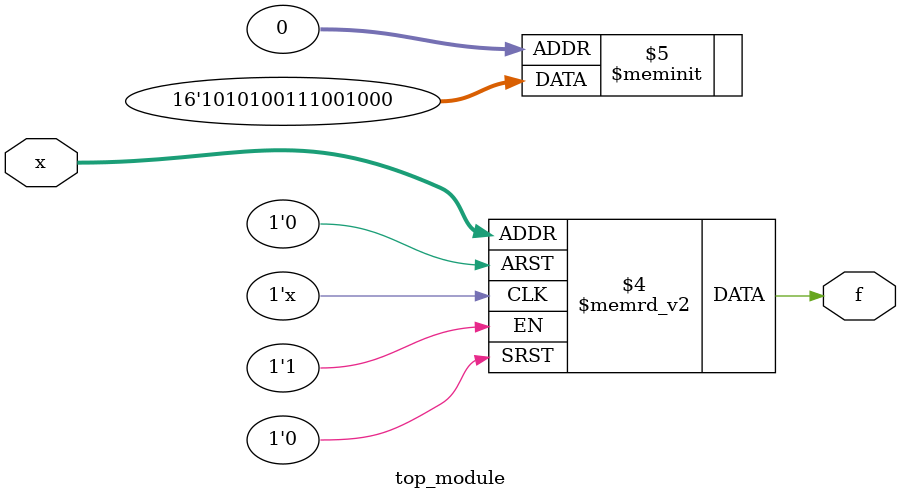
<source format=sv>
module top_module (
    input [4:1] x,
    output logic f
);
    always_comb begin
        case (x)
            4'b0001: f = 1'b0;
            4'b0011: f = 1'b1;
            4'b0100: f = 1'b0;
            4'b0110: f = 1'b1;
            4'b0111: f = 1'b1;
            4'b1000: f = 1'b1;
            4'b1011: f = 1'b1;
            4'b1100: f = 1'b0;
            4'b1101: f = 1'b1;
            4'b1110: f = 1'b0;
            4'b1111: f = 1'b1;
            default: f = 1'b0;
        endcase
    end
endmodule

</source>
